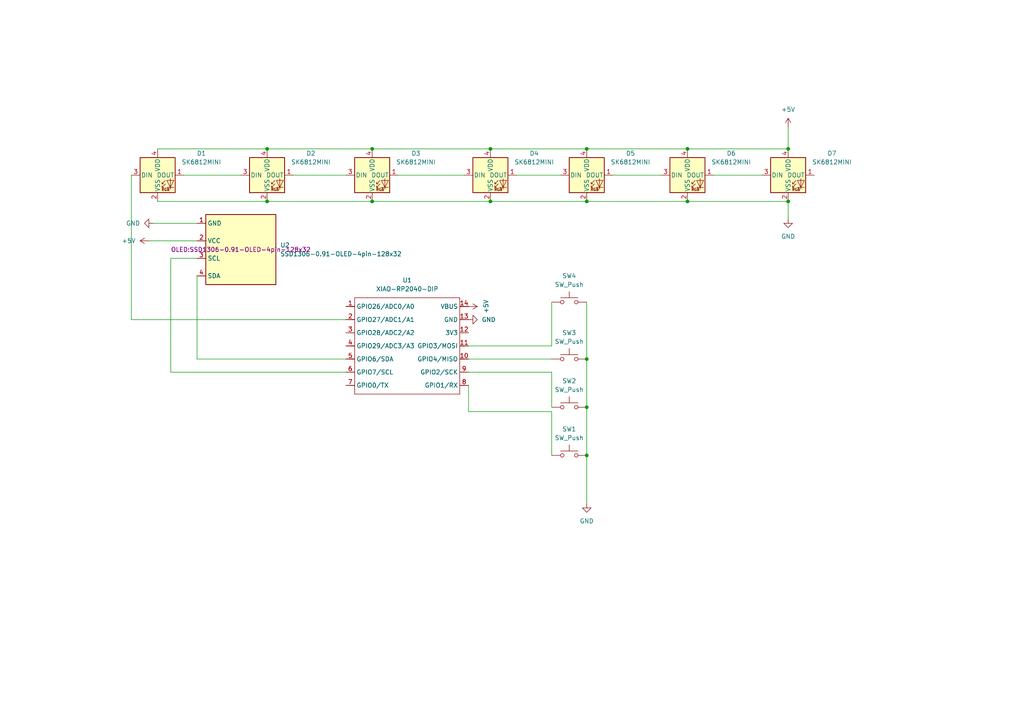
<source format=kicad_sch>
(kicad_sch (version 20231120) (generator "eeschema") (generator_version "8.0")
  (paper "A4")
  (lib_symbols
    (symbol "LED:SK6812MINI" (pin_names (offset 0.254))
      (property "Reference" "D" (at 5.08 5.715 0))
      (property "Value" "SK6812MINI" (at 1.27 -5.715 0))
      (symbol "SK6812MINI_0_0"
        (text "RGB" (at 2.286 -4.191 0) (effects (font (size 0.762 0.762))))
      )
      (symbol "SK6812MINI_0_1"
        (polyline (pts (xy 1.27 -3.556) (xy 1.778 -3.556)))
        (polyline (pts (xy 1.27 -2.54) (xy 1.778 -2.54)))
        (polyline (pts (xy 4.699 -3.556) (xy 2.667 -3.556)))
        (polyline (pts (xy 2.286 -2.54) (xy 1.27 -3.556) (xy 1.27 -3.048)))
        (polyline (pts (xy 2.286 -1.524) (xy 1.27 -2.54) (xy 1.27 -2.032)))
        (polyline (pts (xy 3.683 -1.016) (xy 3.683 -3.556) (xy 3.683 -4.064)))
        (polyline (pts (xy 4.699 -1.524) (xy 2.667 -1.524) (xy 3.683 -3.556) (xy 4.699 -1.524)))
        (rectangle (start 5.08 5.08) (end -5.08 -5.08) (stroke (width 0.254)) (fill (type background)))
      )
      (symbol "SK6812MINI_1_1"
        (pin output line (at 7.62 0 180) (length 2.54) (name "DOUT") (number "1"))
        (pin power_in line (at 0 -7.62 90) (length 2.54) (name "VSS") (number "2"))
        (pin input line (at -7.62 0 0) (length 2.54) (name "DIN") (number "3"))
        (pin power_in line (at 0 7.62 270) (length 2.54) (name "VDD") (number "4"))
      )
    )
    (symbol "SSD1306-0.91-OLED-4pin-128x32(1):SSD1306-0.91-OLED-4pin-128x32"
      (property "Reference" "U" (at 0 12.7 0))
      (property "Value" "SSD1306-0.91-OLED-4pin-128x32" (at 0 -12.7 0))
      (symbol "SSD1306-0.91-OLED-4pin-128x32_0_1"
        (rectangle (start -10.16 10.16) (end 10.16 -10.16) (stroke (width 0.254)) (fill (type background)))
      )
      (symbol "SSD1306-0.91-OLED-4pin-128x32_1_1"
        (pin power_in line (at -12.7 7.62 0) (length 2.54) (name "GND") (number "1"))
        (pin power_in line (at -12.7 2.54 0) (length 2.54) (name "VCC") (number "2"))
        (pin input line (at -12.7 -2.54 0) (length 2.54) (name "SCL") (number "3"))
        (pin bidirectional line (at -12.7 -7.62 0) (length 2.54) (name "SDA") (number "4"))
      )
    )
    (symbol "Seeed_Studio_XIAO_Series:XIAO-RP2040-DIP"
      (property "Reference" "U" (at 0 0 0))
      (property "Value" "XIAO-RP2040-DIP" (at 5.334 -1.778 0))
      (symbol "XIAO-RP2040-DIP_1_0"
        (polyline (pts (xy -1.27 -30.48) (xy -1.27 -16.51)) (stroke (width 0.1524)))
        (polyline (pts (xy -1.27 -27.94) (xy -2.54 -27.94)) (stroke (width 0.1524)))
        (polyline (pts (xy -1.27 -24.13) (xy -2.54 -24.13)) (stroke (width 0.1524)))
        (polyline (pts (xy -1.27 -20.32) (xy -2.54 -20.32)) (stroke (width 0.1524)))
        (polyline (pts (xy -1.27 -16.51) (xy -2.54 -16.51)) (stroke (width 0.1524)))
        (polyline (pts (xy -1.27 -16.51) (xy -1.27 -12.7)) (stroke (width 0.1524)))
        (polyline (pts (xy -1.27 -12.7) (xy -2.54 -12.7)) (stroke (width 0.1524)))
        (polyline (pts (xy -1.27 -12.7) (xy -1.27 -8.89)) (stroke (width 0.1524)))
        (polyline (pts (xy -1.27 -8.89) (xy -2.54 -8.89)) (stroke (width 0.1524)))
        (polyline (pts (xy -1.27 -8.89) (xy -1.27 -5.08)) (stroke (width 0.1524)))
        (polyline (pts (xy -1.27 -5.08) (xy -2.54 -5.08)) (stroke (width 0.1524)))
        (polyline (pts (xy -1.27 -5.08) (xy -1.27 -2.54)) (stroke (width 0.1524)))
        (polyline (pts (xy -1.27 -2.54) (xy 29.21 -2.54)) (stroke (width 0.1524)))
        (polyline (pts (xy 29.21 -30.48) (xy -1.27 -30.48)) (stroke (width 0.1524)))
        (polyline (pts (xy 29.21 -12.7) (xy 29.21 -30.48)) (stroke (width 0.1524)))
        (polyline (pts (xy 29.21 -8.89) (xy 29.21 -12.7)) (stroke (width 0.1524)))
        (polyline (pts (xy 29.21 -5.08) (xy 29.21 -8.89)) (stroke (width 0.1524)))
        (polyline (pts (xy 29.21 -2.54) (xy 29.21 -5.08)) (stroke (width 0.1524)))
        (polyline (pts (xy 30.48 -27.94) (xy 29.21 -27.94)) (stroke (width 0.1524)))
        (polyline (pts (xy 30.48 -24.13) (xy 29.21 -24.13)) (stroke (width 0.1524)))
        (polyline (pts (xy 30.48 -20.32) (xy 29.21 -20.32)) (stroke (width 0.1524)))
        (polyline (pts (xy 30.48 -16.51) (xy 29.21 -16.51)) (stroke (width 0.1524)))
        (polyline (pts (xy 30.48 -12.7) (xy 29.21 -12.7)) (stroke (width 0.1524)))
        (polyline (pts (xy 30.48 -8.89) (xy 29.21 -8.89)) (stroke (width 0.1524)))
        (polyline (pts (xy 30.48 -5.08) (xy 29.21 -5.08)) (stroke (width 0.1524)))
        (pin passive line (at -3.81 -5.08 0) (length 2.54) (name "GPIO26/ADC0/A0") (number "1"))
        (pin passive line (at 31.75 -20.32 180) (length 2.54) (name "GPIO4/MISO") (number "10"))
        (pin passive line (at 31.75 -16.51 180) (length 2.54) (name "GPIO3/MOSI") (number "11"))
        (pin passive line (at 31.75 -12.7 180) (length 2.54) (name "3V3") (number "12"))
        (pin passive line (at 31.75 -8.89 180) (length 2.54) (name "GND") (number "13"))
        (pin passive line (at 31.75 -5.08 180) (length 2.54) (name "VBUS") (number "14"))
        (pin passive line (at -3.81 -8.89 0) (length 2.54) (name "GPIO27/ADC1/A1") (number "2"))
        (pin passive line (at -3.81 -12.7 0) (length 2.54) (name "GPIO28/ADC2/A2") (number "3"))
        (pin passive line (at -3.81 -16.51 0) (length 2.54) (name "GPIO29/ADC3/A3") (number "4"))
        (pin passive line (at -3.81 -20.32 0) (length 2.54) (name "GPIO6/SDA") (number "5"))
        (pin passive line (at -3.81 -24.13 0) (length 2.54) (name "GPIO7/SCL") (number "6"))
        (pin passive line (at -3.81 -27.94 0) (length 2.54) (name "GPIO0/TX") (number "7"))
        (pin passive line (at 31.75 -27.94 180) (length 2.54) (name "GPIO1/RX") (number "8"))
        (pin passive line (at 31.75 -24.13 180) (length 2.54) (name "GPIO2/SCK") (number "9"))
      )
    )
    (symbol "Switch:SW_Push" (pin_numbers hide) (pin_names (offset 1.016) hide)
      (property "Reference" "SW" (at 1.27 2.54 0))
      (property "Value" "SW_Push" (at 0 -1.524 0))
      (symbol "SW_Push_0_1"
        (circle (center -2.032 0) (radius 0.508))
        (polyline (pts (xy 0 1.27) (xy 0 3.048)))
        (polyline (pts (xy 2.54 1.27) (xy -2.54 1.27)))
        (circle (center 2.032 0) (radius 0.508))
        (pin passive line (at -5.08 0 0) (length 2.54) (name "1") (number "1"))
        (pin passive line (at 5.08 0 180) (length 2.54) (name "2") (number "2"))
      )
    )
    (symbol "power:+5V" (power) (pin_numbers hide) (pin_names (offset 0) hide)
      (property "Value" "+5V" (at 0 3.556 0))
      (symbol "+5V_0_1"
        (polyline (pts (xy -0.762 1.27) (xy 0 2.54)))
        (polyline (pts (xy 0 0) (xy 0 2.54)))
        (polyline (pts (xy 0 2.54) (xy 0.762 1.27)))
      )
      (symbol "+5V_1_1"
        (pin power_in line (at 0 0 90) (length 0) (name "~") (number "1"))
      )
    )
    (symbol "power:GND" (power) (pin_numbers hide) (pin_names (offset 0) hide)
      (property "Value" "GND" (at 0 -3.81 0))
      (symbol "GND_0_1"
        (polyline (pts (xy 0 0) (xy 0 -1.27) (xy 1.27 -1.27) (xy 0 -2.54) (xy -1.27 -1.27) (xy 0 -1.27)))
      )
      (symbol "GND_1_1"
        (pin power_in line (at 0 0 270) (length 0) (name "~") (number "1"))
      )
    )
  )
  (junction (at 199.39 43.18))
  (junction (at 170.18 132.08))
  (junction (at 170.18 104.14))
  (junction (at 142.24 58.42))
  (junction (at 170.18 43.18))
  (junction (at 107.95 58.42))
  (junction (at 170.18 58.42))
  (junction (at 199.39 58.42))
  (junction (at 170.18 118.11))
  (junction (at 107.95 43.18))
  (junction (at 77.47 43.18))
  (junction (at 228.6 58.42))
  (junction (at 77.47 58.42))
  (junction (at 228.6 43.18))
  (junction (at 142.24 43.18))
  (wire (pts (xy 207.01 50.8) (xy 220.98 50.8)))
  (wire (pts (xy 199.39 58.42) (xy 228.6 58.42)))
  (wire (pts (xy 149.86 50.8) (xy 162.56 50.8)))
  (wire (pts (xy 142.24 58.42) (xy 170.18 58.42)))
  (wire (pts (xy 160.02 119.38) (xy 135.89 119.38)))
  (wire (pts (xy 45.72 58.42) (xy 77.47 58.42)))
  (wire (pts (xy 228.6 58.42) (xy 228.6 63.5)))
  (wire (pts (xy 177.8 50.8) (xy 191.77 50.8)))
  (wire (pts (xy 135.89 104.14) (xy 160.02 104.14)))
  (wire (pts (xy 57.15 80.01) (xy 57.15 104.14)))
  (wire (pts (xy 170.18 104.14) (xy 170.18 118.11)))
  (wire (pts (xy 142.24 43.18) (xy 170.18 43.18)))
  (wire (pts (xy 170.18 87.63) (xy 170.18 104.14)))
  (wire (pts (xy 170.18 118.11) (xy 170.18 132.08)))
  (wire (pts (xy 170.18 132.08) (xy 170.18 146.05)))
  (wire (pts (xy 170.18 43.18) (xy 199.39 43.18)))
  (wire (pts (xy 57.15 104.14) (xy 100.33 104.14)))
  (wire (pts (xy 160.02 132.08) (xy 160.02 119.38)))
  (wire (pts (xy 107.95 58.42) (xy 142.24 58.42)))
  (wire (pts (xy 199.39 43.18) (xy 228.6 43.18)))
  (wire (pts (xy 160.02 87.63) (xy 160.02 100.33)))
  (wire (pts (xy 77.47 43.18) (xy 107.95 43.18)))
  (wire (pts (xy 49.53 107.95) (xy 100.33 107.95)))
  (wire (pts (xy 53.34 50.8) (xy 69.85 50.8)))
  (wire (pts (xy 107.95 43.18) (xy 142.24 43.18)))
  (wire (pts (xy 135.89 107.95) (xy 160.02 107.95)))
  (wire (pts (xy 49.53 74.93) (xy 49.53 107.95)))
  (wire (pts (xy 170.18 58.42) (xy 199.39 58.42)))
  (wire (pts (xy 38.1 92.71) (xy 100.33 92.71)))
  (wire (pts (xy 77.47 58.42) (xy 107.95 58.42)))
  (wire (pts (xy 38.1 50.8) (xy 38.1 92.71)))
  (wire (pts (xy 85.09 50.8) (xy 100.33 50.8)))
  (wire (pts (xy 160.02 107.95) (xy 160.02 118.11)))
  (wire (pts (xy 115.57 50.8) (xy 134.62 50.8)))
  (wire (pts (xy 43.18 69.85) (xy 57.15 69.85)))
  (wire (pts (xy 45.72 43.18) (xy 77.47 43.18)))
  (wire (pts (xy 57.15 74.93) (xy 49.53 74.93)))
  (wire (pts (xy 135.89 119.38) (xy 135.89 111.76)))
  (wire (pts (xy 44.45 64.77) (xy 57.15 64.77)))
  (wire (pts (xy 228.6 43.18) (xy 228.6 36.83)))
  (wire (pts (xy 160.02 100.33) (xy 135.89 100.33)))
  (symbol (lib_id "Seeed_Studio_XIAO_Series:XIAO-RP2040-DIP") (at 104.14 83.82 0) (unit 1)
    (property "Reference" "U1" (at 118.11 81.28 0))
    (property "Value" "XIAO-RP2040-DIP" (at 118.11 83.82 0))
    (property "Footprint" "XIAO-RP2040-DIP:XIAO-RP2040-DIP" (effects (hide yes)))
  )
  (symbol (lib_id "Switch:SW_Push") (at 165.1 87.63 0) (unit 1)
    (property "Reference" "SW4" (at 165.1 80.01 0))
    (property "Value" "SW_Push" (at 165.1 82.55 0))
    (property "Footprint" "Button_Switch_Keyboard:SW_Cherry_MX_1.00u_PCB" (effects (hide yes)))
    (property "Description" "Push button switch, generic, two pins" (effects (hide yes)))
  )
  (symbol (lib_id "power:+5V") (at 43.18 69.85 90) (unit 1)
    (property "Reference" "#PWR08" (effects (hide yes)))
    (property "Value" "+5V" (at 39.37 69.8499 90) (effects (justify left)))
    (property "Description" "Power symbol creates a global label with name \"+5V\"" (effects (hide yes)))
  )
  (symbol (lib_id "LED:SK6812MINI") (at 77.47 50.8 0) (unit 1)
    (property "Reference" "D2" (at 90.17 44.4814 0))
    (property "Value" "SK6812MINI" (at 90.17 47.0214 0))
    (property "Footprint" "LED_SMD:LED_SK6812MINI_PLCC4_3.5x3.5mm_P1.75mm" (effects (hide yes)))
    (property "Datasheet" "https://cdn-shop.adafruit.com/product-files/2686/SK6812MINI_REV.01-1-2.pdf" (effects (hide yes)))
    (property "Description" "RGB LED with integrated controller" (effects (hide yes)))
  )
  (symbol (lib_id "LED:SK6812MINI") (at 107.95 50.8 0) (unit 1)
    (property "Reference" "D3" (at 120.65 44.4814 0))
    (property "Value" "SK6812MINI" (at 120.65 47.0214 0))
    (property "Footprint" "LED_SMD:LED_SK6812MINI_PLCC4_3.5x3.5mm_P1.75mm" (effects (hide yes)))
    (property "Datasheet" "https://cdn-shop.adafruit.com/product-files/2686/SK6812MINI_REV.01-1-2.pdf" (effects (hide yes)))
    (property "Description" "RGB LED with integrated controller" (effects (hide yes)))
  )
  (symbol (lib_id "power:+5V") (at 135.89 88.9 270) (unit 1)
    (property "Reference" "#PWR01" (effects (hide yes)))
    (property "Value" "+5V" (at 140.97 88.9 0))
    (property "Description" "Power symbol creates a global label with name \"+5V\"" (effects (hide yes)))
  )
  (symbol (lib_id "LED:SK6812MINI") (at 45.72 50.8 0) (unit 1)
    (property "Reference" "D1" (at 58.42 44.4814 0))
    (property "Value" "SK6812MINI" (at 58.42 47.0214 0))
    (property "Footprint" "LED_SMD:LED_SK6812MINI_PLCC4_3.5x3.5mm_P1.75mm" (effects (hide yes)))
    (property "Datasheet" "https://cdn-shop.adafruit.com/product-files/2686/SK6812MINI_REV.01-1-2.pdf" (effects (hide yes)))
    (property "Description" "RGB LED with integrated controller" (effects (hide yes)))
  )
  (symbol (lib_id "Switch:SW_Push") (at 165.1 104.14 0) (unit 1)
    (property "Reference" "SW3" (at 165.1 96.52 0))
    (property "Value" "SW_Push" (at 165.1 99.06 0))
    (property "Footprint" "Button_Switch_Keyboard:SW_Cherry_MX_1.00u_PCB" (effects (hide yes)))
    (property "Description" "Push button switch, generic, two pins" (effects (hide yes)))
  )
  (symbol (lib_id "power:GND") (at 135.89 92.71 90) (unit 1)
    (property "Reference" "#PWR02" (effects (hide yes)))
    (property "Value" "GND" (at 139.7 92.7099 90) (effects (justify right)))
    (property "Description" "Power symbol creates a global label with name \"GND\" , ground" (effects (hide yes)))
  )
  (symbol (lib_id "Switch:SW_Push") (at 165.1 132.08 0) (unit 1)
    (property "Reference" "SW1" (at 165.1 124.46 0))
    (property "Value" "SW_Push" (at 165.1 127 0))
    (property "Footprint" "Button_Switch_Keyboard:SW_Cherry_MX_1.00u_PCB" (effects (hide yes)))
    (property "Description" "Push button switch, generic, two pins" (effects (hide yes)))
  )
  (symbol (lib_id "Switch:SW_Push") (at 165.1 118.11 0) (unit 1)
    (property "Reference" "SW2" (at 165.1 110.49 0))
    (property "Value" "SW_Push" (at 165.1 113.03 0))
    (property "Footprint" "Button_Switch_Keyboard:SW_Cherry_MX_1.00u_PCB" (effects (hide yes)))
    (property "Description" "Push button switch, generic, two pins" (effects (hide yes)))
  )
  (symbol (lib_id "LED:SK6812MINI") (at 228.6 50.8 0) (unit 1)
    (property "Reference" "D7" (at 241.3 44.4814 0))
    (property "Value" "SK6812MINI" (at 241.3 47.0214 0))
    (property "Footprint" "LED_SMD:LED_SK6812MINI_PLCC4_3.5x3.5mm_P1.75mm" (effects (hide yes)))
    (property "Datasheet" "https://cdn-shop.adafruit.com/product-files/2686/SK6812MINI_REV.01-1-2.pdf" (effects (hide yes)))
    (property "Description" "RGB LED with integrated controller" (effects (hide yes)))
  )
  (symbol (lib_id "SSD1306-0.91-OLED-4pin-128x32(1):SSD1306-0.91-OLED-4pin-128x32") (at 69.85 72.39 0) (unit 1)
    (property "Reference" "U2" (at 81.28 71.1199 0) (effects (justify left)))
    (property "Value" "SSD1306-0.91-OLED-4pin-128x32" (at 81.28 73.6599 0) (effects (justify left)))
    (property "Footprint" "OLED:SSD1306-0.91-OLED-4pin-128x32" (at 69.85 72.39 0))
  )
  (symbol (lib_id "LED:SK6812MINI") (at 170.18 50.8 0) (unit 1)
    (property "Reference" "D5" (at 182.88 44.4814 0))
    (property "Value" "SK6812MINI" (at 182.88 47.0214 0))
    (property "Footprint" "LED_SMD:LED_SK6812MINI_PLCC4_3.5x3.5mm_P1.75mm" (effects (hide yes)))
    (property "Datasheet" "https://cdn-shop.adafruit.com/product-files/2686/SK6812MINI_REV.01-1-2.pdf" (effects (hide yes)))
    (property "Description" "RGB LED with integrated controller" (effects (hide yes)))
  )
  (symbol (lib_id "LED:SK6812MINI") (at 142.24 50.8 0) (unit 1)
    (property "Reference" "D4" (at 154.94 44.4814 0))
    (property "Value" "SK6812MINI" (at 154.94 47.0214 0))
    (property "Footprint" "LED_SMD:LED_SK6812MINI_PLCC4_3.5x3.5mm_P1.75mm" (effects (hide yes)))
    (property "Datasheet" "https://cdn-shop.adafruit.com/product-files/2686/SK6812MINI_REV.01-1-2.pdf" (effects (hide yes)))
    (property "Description" "RGB LED with integrated controller" (effects (hide yes)))
  )
  (symbol (lib_id "LED:SK6812MINI") (at 199.39 50.8 0) (unit 1)
    (property "Reference" "D6" (at 212.09 44.4814 0))
    (property "Value" "SK6812MINI" (at 212.09 47.0214 0))
    (property "Footprint" "LED_SMD:LED_SK6812MINI_PLCC4_3.5x3.5mm_P1.75mm" (effects (hide yes)))
    (property "Datasheet" "https://cdn-shop.adafruit.com/product-files/2686/SK6812MINI_REV.01-1-2.pdf" (effects (hide yes)))
    (property "Description" "RGB LED with integrated controller" (effects (hide yes)))
  )
  (symbol (lib_id "power:+5V") (at 228.6 36.83 0) (unit 1)
    (property "Reference" "#PWR05" (effects (hide yes)))
    (property "Value" "+5V" (at 228.6 31.75 0))
    (property "Description" "Power symbol creates a global label with name \"+5V\"" (effects (hide yes)))
  )
  (symbol (lib_id "power:GND") (at 170.18 146.05 0) (unit 1)
    (property "Reference" "#PWR03" (effects (hide yes)))
    (property "Value" "GND" (at 170.18 151.13 0))
    (property "Description" "Power symbol creates a global label with name \"GND\" , ground" (effects (hide yes)))
  )
  (symbol (lib_id "power:GND") (at 228.6 63.5 0) (unit 1)
    (property "Reference" "#PWR04" (effects (hide yes)))
    (property "Value" "GND" (at 228.6 68.58 0))
    (property "Description" "Power symbol creates a global label with name \"GND\" , ground" (effects (hide yes)))
  )
  (symbol (lib_id "power:GND") (at 44.45 64.77 270) (unit 1)
    (property "Reference" "#PWR07" (effects (hide yes)))
    (property "Value" "GND" (at 40.64 64.7699 90) (effects (justify right)))
    (property "Description" "Power symbol creates a global label with name \"GND\" , ground" (effects (hide yes)))
  )
)
</source>
